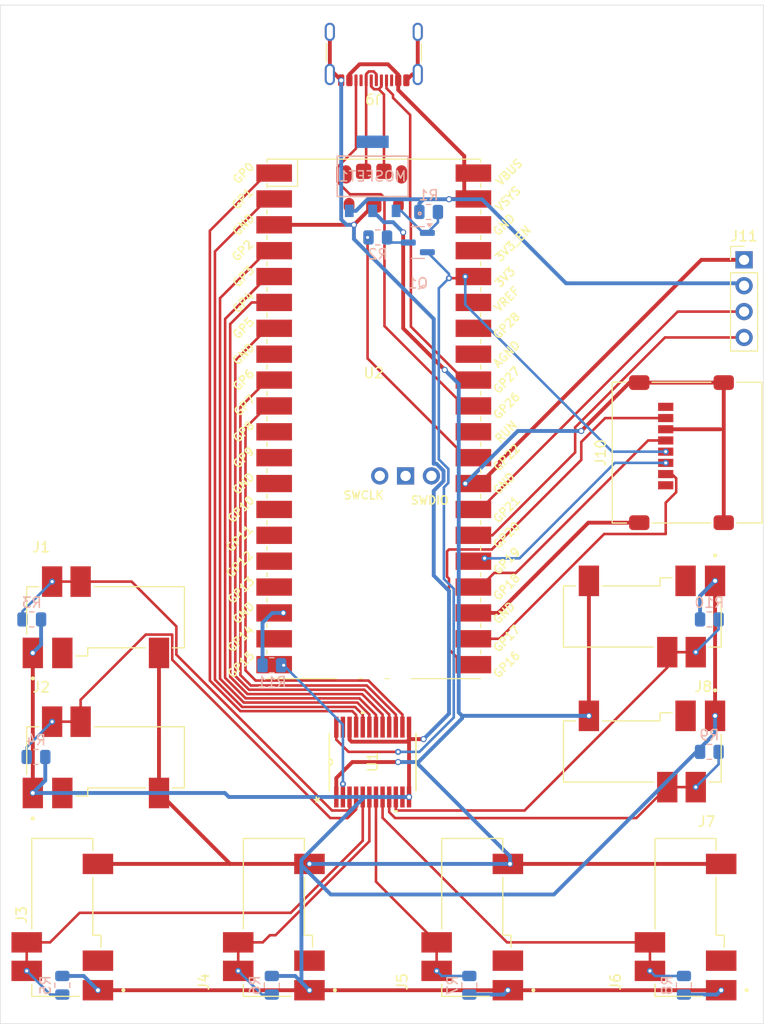
<source format=kicad_pcb>
(kicad_pcb (version 20240108) (generator "pcbnew") (generator_version "8.0")
  (layers (0 "F.Cu" signal) (31 "B.Cu" signal) (34 "B.Paste" user) (35 "F.Paste" user) (36 "B.SilkS" user "B.Silkscreen") (37 "F.SilkS" user "F.Silkscreen") (38 "B.Mask" user) (39 "F.Mask" user) (44 "Edge.Cuts" user))
  (net 0 "")
  (net 2 "Net-(J1-R1)")
  (net 3 "GND")
  (net 4 "Net-(J2-R1)")
  (net 6 "Net-(J3-R1)")
  (net 9 "Net-(J4-R1)")
  (net 11 "Net-(J5-R1)")
  (net 12 "Net-(J6-R1)")
  (net 15 "Net-(J7-R1)")
  (net 16 "Net-(J8-R1)")
  (net 19 "Net-(U1-B7)")
  (net 20 "Net-(U1-B5)")
  (net 21 "Net-(U1-B2)")
  (net 22 "Net-(U1-DIR)")
  (net 23 "Net-(U1-B1)")
  (net 24 "Net-(U1-B4)")
  (net 25 "Net-(U1-B6)")
  (net 26 "Net-(U1-B8)")
  (net 27 "Net-(U1-B3)")
  (net 29 "Net-(J9-CC1)")
  (net 30 "Net-(J9-CC2)")
  (net 31 "Net-(U2-USB_DM)")
  (net 32 "Net-(U2-USB_DP)")
  (net 38 "Net-(MOSFET1-G)")
  (net 41 "Net-(Q1-C)")
  (net 42 "Net-(U2-GPIO22)")
  (net 47 "+5V")
  (net 49 "Net-(J11-SCL)")
  (net 50 "+3V3")
  (net 52 "Net-(J10-CS)")
  (net 53 "Net-(J10-SCLK)")
  (net 54 "Net-(J10-DO)")
  (net 56 "Net-(U2-RUN)")
  (net 60 "Net-(J10-DI)")
  (net 61 "Net-(J11-SDA)")
  (net 64 "+5VSwitched")
  (footprint "SJ-43515RS-SMT-TR:CUI_SJ-43515RS-SMT-TR" (layer "F.Cu") (at 179.15 88.4625 180)
    (property "Reference" "J7")
    (property "Value" "SJ-43515RS-SMT-TR")
  )
  (footprint "SJ-43515RS-SMT-TR:CUI_SJ-43515RS-SMT-TR" (layer "F.Cu") (at 179.75 115.4 90)
    (property "Reference" "J6")
    (property "Value" "SJ-43515RS-SMT-TR")
  )
  (footprint "SJ-43515RS-SMT-TR:CUI_SJ-43515RS-SMT-TR" (layer "F.Cu") (at 112.1 96.0375)
    (property "Reference" "J2")
    (property "Value" "SJ-43515RS-SMT-TR")
  )
  (footprint "SJ-43515RS-SMT-TR:CUI_SJ-43515RS-SMT-TR" (layer "F.Cu") (at 139.2875 115.4 90)
    (property "Reference" "J4")
    (property "Value" "SJ-43515RS-SMT-TR")
  )
  (footprint "SJ-43515RS-SMT-TR:CUI_SJ-43515RS-SMT-TR" (layer "F.Cu") (at 179.15 75.2125 180)
    (property "Reference" "J8")
    (property "Value" "SJ-43515RS-SMT-TR")
  )
  (footprint "SJ-43515RS-SMT-TR:CUI_SJ-43515RS-SMT-TR" (layer "F.Cu") (at 118.5 115.4 90)
    (property "Reference" "J3")
    (property "Value" "SJ-43515RS-SMT-TR")
  )
  (footprint "RPi_Pico:RPi_PicoW_SMD_TH" (layer "F.Cu") (at 135.11 84.81)
    (property "Reference" "U2")
    (property "Value" "PicoW")
  )
  (footprint "SN74LVCC3245ADBR:DB24" (layer "F.Cu") (at 145.5 93 90)
    (property "Reference" "U1")
    (property "Value" "SN74LVCC3245ADBR")
  )
  (footprint "SJ-43515RS-SMT-TR:CUI_SJ-43515RS-SMT-TR" (layer "F.Cu") (at 112.1 82.2875)
    (property "Reference" "J1")
    (property "Value" "SJ-43515RS-SMT-TR")
  )
  (footprint "Connector_PinHeader_2.54mm:PinHeader_1x04_P2.54mm_Vertical" (layer "F.Cu") (at 182 43.7)
    (property "Reference" "J11")
    (property "Value" "OLED Header")
  )
  (footprint "SJ-43515RS-SMT-TR:CUI_SJ-43515RS-SMT-TR" (layer "F.Cu") (at 158.7875 115.4 90)
    (property "Reference" "J5")
    (property "Value" "SJ-43515RS-SMT-TR")
  )
  (footprint "Connector_Card:microSD_HC_Molex_47219-2001" (layer "F.Cu") (at 176.4 62.625 90)
    (property "Reference" "J10")
    (property "Value" "Micro_SD_Card")
  )
  (footprint "Connector_USB:USB_C_Receptacle_GCT_USB4105-xx-A_16P_TopMnt_Horizontal" (layer "F.Cu") (at 145.61 22.395 180)
    (property "Reference" "J9")
    (property "Value" "USB_C_Receptacle_USB2.0_14P")
  )
  (footprint "Resistor_SMD:R_0805_2012Metric" (layer "B.Cu") (at 146 41.5)
    (property "Reference" "R2")
    (property "Value" "1K")
  )
  (footprint "Package_TO_SOT_SMD:SOT-23" (layer "B.Cu") (at 149.9375 42 180)
    (property "Reference" "Q1")
    (property "Value" "MMBT3904")
  )
  (footprint "Resistor_SMD:R_0805_2012Metric" (layer "B.Cu") (at 112 79 180)
    (property "Reference" "R3")
    (property "Value" "10k")
  )
  (footprint "Resistor_SMD:R_0805_2012Metric" (layer "B.Cu") (at 135.5875 83.5)
    (property "Reference" "R11")
    (property "Value" "10k")
  )
  (footprint "Resistor_SMD:R_0805_2012Metric" (layer "B.Cu") (at 178.5875 79 180)
    (property "Reference" "R10")
    (property "Value" "10k")
  )
  (footprint "Resistor_SMD:R_0805_2012Metric" (layer "B.Cu") (at 115 114.9125 -90)
    (property "Reference" "R5")
    (property "Value" "10k")
  )
  (footprint "Resistor_SMD:R_0805_2012Metric" (layer "B.Cu") (at 135.5875 114.9125 -90)
    (property "Reference" "R6")
    (property "Value" "10k")
  )
  (footprint "Resistor_SMD:R_0805_2012Metric" (layer "B.Cu") (at 112.4125 92.5 180)
    (property "Reference" "R4")
    (property "Value" "10k")
  )
  (footprint "Resistor_SMD:R_0805_2012Metric" (layer "B.Cu") (at 176.0875 114.9125 -90)
    (property "Reference" "R8")
    (property "Value" "10k")
  )
  (footprint "Resistor_SMD:R_0805_2012Metric" (layer "B.Cu") (at 151 39 180)
    (property "Reference" "R1")
    (property "Value" "10K")
  )
  (footprint "Resistor_SMD:R_0805_2012Metric" (layer "B.Cu") (at 178.5875 92 180)
    (property "Reference" "R9")
    (property "Value" "10k")
  )
  (footprint "BSP315PH6327XTSA1:PG-SOT223-4_INF" (layer "B.Cu") (at 145.5 35.5 180)
    (property "Reference" "MOSFET1")
    (property "Value" "BSP315PH6327XTSA1")
  )
  (footprint "Resistor_SMD:R_0805_2012Metric" (layer "B.Cu") (at 155 114.9125 -90)
    (property "Reference" "R7")
    (property "Value" "10k")
  )
  (gr_rect (start 108.900518 18.689569) (end 183.900518 118.689569) (stroke (width 0.05)) (fill none) (layer "Edge.Cuts"))
  (segment (start 126.2064 79.680911) (end 126.2064 82.4564) (width 0.254) (layer "F.Cu") (net 2))
  (segment (start 143.224998 97.6577) (end 143.224998 96.429) (width 0.254) (layer "F.Cu") (net 2))
  (segment (start 141.5077 97.7577) (end 143.124998 97.7577) (width 0.254) (layer "F.Cu") (net 2))
  (segment (start 114 75.2875) (end 116.8 75.2875) (width 0.254) (layer "F.Cu") (net 2))
  (segment (start 126.2064 82.4564) (end 141.5077 97.7577) (width 0.254) (layer "F.Cu") (net 2))
  (segment (start 121.812989 75.2875) (end 126.2064 79.680911) (width 0.254) (layer "F.Cu") (net 2))
  (segment (start 143.124998 97.7577) (end 143.224998 97.6577) (width 0.254) (layer "F.Cu") (net 2))
  (segment (start 116.8 75.2875) (end 121.812989 75.2875) (width 0.254) (layer "F.Cu") (net 2))
  (via (at 114 75.2875) (size 0.6) (drill 0.3) (layers "F.Cu" "B.Cu") (net 2))
  (segment (start 114 75.2875) (end 111.0875 78.2) (width 0.254) (layer "B.Cu") (net 2))
  (segment (start 111.0875 78.2) (end 111.0875 79) (width 0.254) (layer "B.Cu") (net 2))
  (segment (start 166.7 69.5) (end 157.84 78.36) (width 0.381) (layer "F.Cu") (net 3))
  (segment (start 148.81 26.075) (end 148.81 25.81) (width 0.381) (layer "F.Cu") (net 3))
  (segment (start 141.550203 25.215203) (end 142.41 26.075) (width 0.381) (layer "F.Cu") (net 3))
  (segment (start 171.7 69.5) (end 166.7 69.5) (width 0.381) (layer "F.Cu") (net 3))
  (segment (start 143.225001 90.7997) (end 143.425301 91) (width 0.381) (layer "F.Cu") (net 3))
  (segment (start 118.5 115.4) (end 139.2875 115.4) (width 0.381) (layer "F.Cu") (net 3))
  (segment (start 149.93 21.32) (end 149.93 25.5) (width 0.381) (layer "F.Cu") (net 3))
  (segment (start 174.3 60.33) (end 179.67 60.33) (width 0.381) (layer "F.Cu") (net 3))
  (segment (start 149.074999 90.7997) (end 149.074999 89.571) (width 0.381) (layer "F.Cu") (net 3))
  (segment (start 171.7 55.75) (end 170.75 55.75) (width 0.381) (layer "F.Cu") (net 3))
  (segment (start 149.124699 90.75) (end 148.974999 90.8997) (width 0.381) (layer "F.Cu") (net 3))
  (segment (start 150.5 90.75) (end 149.124699 90.75) (width 0.381) (layer "F.Cu") (net 3))
  (segment (start 180 60) (end 180 69.5) (width 0.381) (layer "F.Cu") (net 3))
  (segment (start 156.06 65.66) (end 154.5 65.66) (width 0.381) (layer "F.Cu") (net 3))
  (segment (start 145.61 38.31) (end 143.66 40.26) (width 0.381) (layer "F.Cu") (net 3))
  (segment (start 143.225001 89.571) (end 143.225001 90.7997) (width 0.381) (layer "F.Cu") (net 3))
  (segment (start 148.974999 90.8997) (end 149.074999 90.7997) (width 0.381) (layer "F.Cu") (net 3))
  (segment (start 149.93 25.5) (end 149.385 25.5) (width 0.381) (layer "F.Cu") (net 3))
  (segment (start 143.66 40.26) (end 136.72 40.26) (width 0.381) (layer "F.Cu") (net 3))
  (segment (start 158.7875 115.4) (end 179.75 115.4) (width 0.381) (layer "F.Cu") (net 3))
  (segment (start 150 25.57) (end 149.93 25.5) (width 0.381) (layer "F.Cu") (net 3))
  (segment (start 158 63.72) (end 156.06 65.66) (width 0.381) (layer "F.Cu") (net 3))
  (segment (start 148.424998 96.429) (end 149.074999 96.429) (width 0.381) (layer "F.Cu") (net 3))
  (segment (start 149.074999 96.429) (end 149.074999 90.7997) (width 0.381) (layer "F.Cu") (net 3))
  (segment (start 171.7 55.75) (end 180 55.75) (width 0.381) (layer "F.Cu") (net 3))
  (segment (start 158 63.5) (end 158 63.72) (width 0.381) (layer "F.Cu") (net 3))
  (segment (start 182 43.7) (end 177.8 43.7) (width 0.381) (layer "F.Cu") (net 3))
  (segment (start 149.385 25.5) (end 148.81 26.075) (width 0.381) (layer "F.Cu") (net 3))
  (segment (start 139.2875 115.4) (end 158.7875 115.4) (width 0.381) (layer "F.Cu") (net 3))
  (segment (start 148.874699 91) (end 148.974999 90.8997) (width 0.381) (layer "F.Cu") (net 3))
  (segment (start 180 55.75) (end 180 60) (width 0.381) (layer "F.Cu") (net 3))
  (segment (start 177.8 43.7) (end 158 63.5) (width 0.381) (layer "F.Cu") (net 3))
  (segment (start 112.1 82.2875) (end 112.1 96.0375) (width 0.381) (layer "F.Cu") (net 3))
  (segment (start 179.15 75.2125) (end 179.15 88.4625) (width 0.381) (layer "F.Cu") (net 3))
  (segment (start 170.75 55.75) (end 166 60.5) (width 0.381) (layer "F.Cu") (net 3))
  (segment (start 157.84 78.36) (end 154.5 78.36) (width 0.381) (layer "F.Cu") (net 3))
  (segment (start 141.29 25.5) (end 141.29 21.32) (width 0.381) (layer "F.Cu") (net 3))
  (segment (start 143.425301 91) (end 148.874699 91) (width 0.381) (layer "F.Cu") (net 3))
  (segment (start 141.29 25.705) (end 141.29 25.5) (width 0.381) (layer "F.Cu") (net 3))
  (via (at 112.1 96.0375) (size 0.6) (drill 0.381) (layers "F.Cu" "B.Cu") (net 3))
  (via (at 139.2875 115.4) (size 0.6) (drill 0.381) (layers "F.Cu" "B.Cu") (net 3))
  (via (at 179.15 75.2125) (size 0.6) (drill 0.381) (layers "F.Cu" "B.Cu") (net 3))
  (via (at 118.5 115.4) (size 0.6) (drill 0.381) (layers "F.Cu" "B.Cu") (net 3))
  (via (at 143.66 40.26) (size 0.6) (drill 0.381) (layers "F.Cu" "B.Cu") (net 3))
  (via (at 166 60.5) (size 0.6) (drill 0.381) (layers "F.Cu" "B.Cu") (net 3))
  (via (at 136.72 78.36) (size 0.6) (drill 0.381) (layers "F.Cu" "B.Cu") (net 3))
  (via (at 179.15 88.4625) (size 0.6) (drill 0.381) (layers "F.Cu" "B.Cu") (net 3))
  (via (at 154.6 65.66) (size 0.6) (drill 0.381) (layers "F.Cu" "B.Cu") (net 3))
  (via (at 142.41 26.075) (size 0.6) (drill 0.381) (layers "F.Cu" "B.Cu") (net 3))
  (via (at 150.5 90.75) (size 0.6) (drill 0.381) (layers "F.Cu" "B.Cu") (net 3))
  (via (at 158.7875 115.4) (size 0.6) (drill 0.381) (layers "F.Cu" "B.Cu") (net 3))
  (via (at 179.75 115.4) (size 0.6) (drill 0.381) (layers "F.Cu" "B.Cu") (net 3))
  (via (at 112.1 82.2875) (size 0.6) (drill 0.381) (layers "F.Cu" "B.Cu") (net 3))
  (via (at 149.074999 96.429) (size 0.6) (drill 0.381) (layers "F.Cu" "B.Cu") (net 3))
  (segment (start 115 114) (end 117.1 114) (width 0.381) (layer "B.Cu") (net 3))
  (segment (start 142.41 39.7423) (end 142.9277 40.26) (width 0.381) (layer "B.Cu") (net 3))
  (segment (start 152.81 76) (end 153 76.19) (width 0.381) (layer "B.Cu") (net 3))
  (segment (start 141.378302 106) (end 138.5 103.121698) (width 0.381) (layer "B.Cu") (net 3))
  (segment (start 130.975 96.0375) (end 131.3665 96.429) (width 0.381) (layer "B.Cu") (net 3))
  (segment (start 177.675 79) (end 177.675 76.6875) (width 0.381) (layer "B.Cu") (net 3))
  (segment (start 151.5 49.5) (end 151.5 63.7171) (width 0.381) (layer "B.Cu") (net 3))
  (segment (start 153 88.25) (end 150.5 90.75) (width 0.381) (layer "B.Cu") (net 3))
  (segment (start 166 60.5) (end 159.76 60.5) (width 0.381) (layer "B.Cu") (net 3))
  (segment (start 151.768216 63.7171) (end 152.467 64.415884) (width 0.381) (layer "B.Cu") (net 3))
  (segment (start 138.5 103.121698) (end 138.5 102.609743) (width 0.381) (layer "B.Cu") (net 3))
  (segment (start 138.6875 102.422243) (end 138.5 102.609743) (width 0.381) (layer "B.Cu") (net 3))
  (segment (start 151.5 74.69) (end 152.81 76) (width 0.381) (layer "B.Cu") (net 3))
  (segment (start 117.1 114) (end 118.5 115.4) (width 0.381) (layer "B.Cu") (net 3))
  (segment (start 151.5 63.7171) (end 151.768216 63.7171) (width 0.381) (layer "B.Cu") (net 3))
  (segment (start 176.0875 115.825) (end 179.325 115.825) (width 0.381) (layer "B.Cu") (net 3))
  (segment (start 142.41 26.075) (end 142.41 39.7423) (width 0.381) (layer "B.Cu") (net 3))
  (segment (start 151.5 66.371116) (end 151.5 74.69) (width 0.381) (layer "B.Cu") (net 3))
  (segment (start 112.9125 79) (end 112.9125 81.475) (width 0.381) (layer "B.Cu") (net 3))
  (segment (start 152.467 65.404116) (end 151.5 66.371116) (width 0.381) (layer "B.Cu") (net 3))
  (segment (start 135.64 78.36) (end 136.72 78.36) (width 0.381) (layer "B.Cu") (net 3))
  (segment (start 135.5875 114) (end 137.8875 114) (width 0.381) (layer "B.Cu") (net 3))
  (segment (start 138.5 102.609743) (end 138.5 114.5) (width 0.381) (layer "B.Cu") (net 3))
  (segment (start 137.8875 114) (end 139.2875 115.4) (width 0.381) (layer "B.Cu") (net 3))
  (segment (start 159.76 60.5) (end 154.6 65.66) (width 0.381) (layer "B.Cu") (net 3))
  (segment (start 179.325 115.825) (end 179.75 115.4) (width 0.381) (layer "B.Cu") (net 3))
  (segment (start 112.1 96.0375) (end 130.975 96.0375) (width 0.381) (layer "B.Cu") (net 3))
  (segment (start 153 76.19) (end 153 88.25) (width 0.381) (layer "B.Cu") (net 3))
  (segment (start 142.9277 40.26) (end 143.66 40.26) (width 0.381) (layer "B.Cu") (net 3))
  (segment (start 134.675 79.325) (end 135.64 78.36) (width 0.381) (layer "B.Cu") (net 3))
  (segment (start 143.66 41.66) (end 151.5 49.5) (width 0.381) (layer "B.Cu") (net 3))
  (segment (start 177.675 76.6875) (end 179.15 75.2125) (width 0.381) (layer "B.Cu") (net 3))
  (segment (start 158.3625 115.825) (end 158.7875 115.4) (width 0.381) (layer "B.Cu") (net 3))
  (segment (start 112.9125 81.475) (end 112.1 82.2875) (width 0.381) (layer "B.Cu") (net 3))
  (segment (start 131.3665 96.429) (end 149.074999 96.429) (width 0.381) (layer "B.Cu") (net 3))
  (segment (start 143.66 40.26) (end 143.66 41.66) (width 0.381) (layer "B.Cu") (net 3))
  (segment (start 138.5 114.6125) (end 139.2875 115.4) (width 0.381) (layer "B.Cu") (net 3))
  (segment (start 152.467 64.415884) (end 152.467 65.404116) (width 0.381) (layer "B.Cu") (net 3))
  (segment (start 155 115.825) (end 158.3625 115.825) (width 0.381) (layer "B.Cu") (net 3))
  (segment (start 113.325 94.8125) (end 112.1 96.0375) (width 0.381) (layer "B.Cu") (net 3))
  (segment (start 179.15 90.1625) (end 163.3125 106) (width 0.381) (layer "B.Cu") (net 3))
  (segment (start 113.325 92.5) (end 113.325 94.8125) (width 0.381) (layer "B.Cu") (net 3))
  (segment (start 179.15 88.4625) (end 179.15 90.1625) (width 0.381) (layer "B.Cu") (net 3))
  (segment (start 149.074999 96.429) (end 144.680743 96.429) (width 0.381) (layer "B.Cu") (net 3))
  (segment (start 163.3125 106) (end 141.378302 106) (width 0.381) (layer "B.Cu") (net 3))
  (segment (start 144.680743 96.429) (end 138.6875 102.422243) (width 0.381) (layer "B.Cu") (net 3))
  (segment (start 134.675 83.5) (end 134.675 79.325) (width 0.381) (layer "B.Cu") (net 3))
  (segment (start 116.8 86.8875) (end 123.2 80.4875) (width 0.254) (layer "F.Cu") (net 4))
  (segment (start 125.8 80.4875) (end 125.8 82.957843) (width 0.254) (layer "F.Cu") (net 4))
  (segment (start 143.032699 98.5) (end 143.874999 97.6577) (width 0.254) (layer "F.Cu") (net 4))
  (segment (start 143.874999 97.6577) (end 143.874999 96.429) (width 0.254) (layer "F.Cu") (net 4))
  (segment (start 123.2 80.4875) (end 125.8 80.4875) (width 0.254) (layer "F.Cu") (net 4))
  (segment (start 114 89.0375) (end 116.8 89.0375) (width 0.254) (layer "F.Cu") (net 4))
  (segment (start 125.8 82.957843) (end 141.342157 98.5) (width 0.254) (layer "F.Cu") (net 4))
  (segment (start 116.8 89.0375) (end 116.8 86.8875) (width 0.254) (layer "F.Cu") (net 4))
  (segment (start 141.342157 98.5) (end 143.032699 98.5) (width 0.254) (layer "F.Cu") (net 4))
  (via (at 114 89.0375) (size 0.6) (drill 0.3) (layers "F.Cu" "B.Cu") (net 4))
  (segment (start 111.5 91.5375) (end 114 89.0375) (width 0.254) (layer "B.Cu") (net 4))
  (segment (start 111.5 92.5) (end 111.5 91.5375) (width 0.254) (layer "B.Cu") (net 4))
  (segment (start 144.524998 100.725002) (end 144.524998 96.429) (width 0.254) (layer "F.Cu") (net 6))
  (segment (start 111.5 113.5) (end 111.5 110.7) (width 0.254) (layer "F.Cu") (net 6))
  (segment (start 111.5 110.7) (end 113.8 110.7) (width 0.254) (layer "F.Cu") (net 6))
  (segment (start 116.7 107.8) (end 137.45 107.8) (width 0.254) (layer "F.Cu") (net 6))
  (segment (start 137.45 107.8) (end 144.524998 100.725002) (width 0.254) (layer "F.Cu") (net 6))
  (segment (start 113.8 110.7) (end 116.7 107.8) (width 0.254) (layer "F.Cu") (net 6))
  (via (at 111.5 113.5) (size 0.6) (drill 0.3) (layers "F.Cu" "B.Cu") (net 6))
  (segment (start 115 115.825) (end 113.825 115.825) (width 0.254) (layer "B.Cu") (net 6))
  (segment (start 113.825 115.825) (end 111.5 113.5) (width 0.254) (layer "B.Cu") (net 6))
  (segment (start 132.2875 113.5) (end 132.2875 110.7) (width 0.254) (layer "F.Cu") (net 9))
  (segment (start 145.174999 100.778187) (end 145.174999 96.429) (width 0.254) (layer "F.Cu") (net 9))
  (segment (start 134.7 110.7) (end 135.4 110) (width 0.254) (layer "F.Cu") (net 9))
  (segment (start 135.953186 110) (end 145.174999 100.778187) (width 0.254) (layer "F.Cu") (net 9))
  (segment (start 135.4 110) (end 135.953186 110) (width 0.254) (layer "F.Cu") (net 9))
  (segment (start 134.7 110.7) (end 132.2875 110.7) (width 0.254) (layer "F.Cu") (net 9))
  (via (at 132.2875 113.5) (size 0.6) (drill 0.3) (layers "F.Cu" "B.Cu") (net 9))
  (segment (start 135.5875 115.825) (end 134.6125 115.825) (width 0.254) (layer "B.Cu") (net 9))
  (segment (start 134.6125 115.825) (end 132.2875 113.5) (width 0.254) (layer "B.Cu") (net 9))
  (segment (start 145.824998 104.737498) (end 145.824998 96.429) (width 0.254) (layer "F.Cu") (net 11))
  (segment (start 151.7875 113.5) (end 151.7875 110.7) (width 0.254) (layer "F.Cu") (net 11))
  (segment (start 151.7875 110.7) (end 145.824998 104.737498) (width 0.254) (layer "F.Cu") (net 11))
  (via (at 151.7875 113.5) (size 0.6) (drill 0.3) (layers "F.Cu" "B.Cu") (net 11))
  (segment (start 152.2875 114) (end 151.7875 113.5) (width 0.254) (layer "B.Cu") (net 11))
  (segment (start 155 114) (end 152.2875 114) (width 0.254) (layer "B.Cu") (net 11))
  (segment (start 172.75 110.7) (end 158.7 110.7) (width 0.254) (layer "F.Cu") (net 12))
  (segment (start 172.75 110.7) (end 172.75 113.5) (width 0.254) (layer "F.Cu") (net 12))
  (segment (start 158.7 110.7) (end 146.474999 98.474999) (width 0.254) (layer "F.Cu") (net 12))
  (segment (start 146.474999 98.474999) (end 146.474999 96.429) (width 0.254) (layer "F.Cu") (net 12))
  (via (at 172.75 113.5) (size 0.6) (drill 0.3) (layers "F.Cu" "B.Cu") (net 12))
  (segment (start 173.25 114) (end 172.75 113.5) (width 0.254) (layer "B.Cu") (net 12))
  (segment (start 176.0875 114) (end 173.25 114) (width 0.254) (layer "B.Cu") (net 12))
  (segment (start 171.4125 98.5) (end 147.709313 98.5) (width 0.254) (layer "F.Cu") (net 15))
  (segment (start 147.709313 98.5) (end 147.124998 97.915685) (width 0.254) (layer "F.Cu") (net 15))
  (segment (start 177.25 95.4625) (end 174.45 95.4625) (width 0.254) (layer "F.Cu") (net 15))
  (segment (start 174.45 95.4625) (end 171.4125 98.5) (width 0.254) (layer "F.Cu") (net 15))
  (segment (start 147.124998 97.915685) (end 147.124998 96.429) (width 0.254) (layer "F.Cu") (net 15))
  (via (at 177.25 95.4625) (size 0.6) (drill 0.3) (layers "F.Cu" "B.Cu") (net 15))
  (segment (start 179.5 93.2125) (end 179.5 92) (width 0.254) (layer "B.Cu") (net 15))
  (segment (start 177.25 95.4625) (end 179.5 93.2125) (width 0.254) (layer "B.Cu") (net 15))
  (segment (start 174.45 83.73125) (end 160.42355 97.7577) (width 0.254) (layer "F.Cu") (net 16))
  (segment (start 174.45 82.2125) (end 174.45 83.73125) (width 0.254) (layer "F.Cu") (net 16))
  (segment (start 147.774999 97.6577) (end 147.774999 96.429) (width 0.254) (layer "F.Cu") (net 16))
  (segment (start 177.25 82.2125) (end 174.45 82.2125) (width 0.254) (layer "F.Cu") (net 16))
  (segment (start 160.42355 97.7577) (end 147.874999 97.7577) (width 0.254) (layer "F.Cu") (net 16))
  (segment (start 147.874999 97.7577) (end 147.774999 97.6577) (width 0.254) (layer "F.Cu") (net 16))
  (via (at 177.25 82.2125) (size 0.6) (drill 0.3) (layers "F.Cu" "B.Cu") (net 16))
  (segment (start 179.5 79.9625) (end 177.25 82.2125) (width 0.254) (layer "B.Cu") (net 16))
  (segment (start 179.5 79) (end 179.5 79.9625) (width 0.254) (layer "B.Cu") (net 16))
  (segment (start 135.16 55.5) (end 136.72 55.5) (width 0.254) (layer "F.Cu") (net 19))
  (segment (start 147.774999 89.571) (end 147.774999 88.3423) (width 0.254) (layer "F.Cu") (net 19))
  (segment (start 132.5 84.456546) (end 132.5 58.16) (width 0.254) (layer "F.Cu") (net 19))
  (segment (start 147.774999 88.3423) (end 144.918316 85.485617) (width 0.254) (layer "F.Cu") (net 19))
  (segment (start 132.5 58.16) (end 135.16 55.5) (width 0.254) (layer "F.Cu") (net 19))
  (segment (start 144.918316 85.485617) (end 133.529071 85.485617) (width 0.254) (layer "F.Cu") (net 19))
  (segment (start 133.529071 85.485617) (end 132.5 84.456546) (width 0.254) (layer "F.Cu") (net 19))
  (segment (start 146.474999 88.3423) (end 144.462234 86.329535) (width 0.254) (layer "F.Cu") (net 20))
  (segment (start 131.5 50) (end 133.62 47.88) (width 0.254) (layer "F.Cu") (net 20))
  (segment (start 144.462234 86.329535) (end 133.197039 86.329535) (width 0.254) (layer "F.Cu") (net 20))
  (segment (start 131.5 84.632496) (end 131.5 50) (width 0.254) (layer "F.Cu") (net 20))
  (segment (start 133.197039 86.329535) (end 131.5 84.632496) (width 0.254) (layer "F.Cu") (net 20))
  (segment (start 146.474999 89.571) (end 146.474999 88.3423) (width 0.254) (layer "F.Cu") (net 20))
  (segment (start 133.62 47.88) (end 136.72 47.88) (width 0.254) (layer "F.Cu") (net 20))
  (segment (start 135.16 37.72) (end 136.72 37.72) (width 0.254) (layer "F.Cu") (net 21))
  (segment (start 130 84.917174) (end 130 42.88) (width 0.254) (layer "F.Cu") (net 21))
  (segment (start 130 42.88) (end 135.16 37.72) (width 0.254) (layer "F.Cu") (net 21))
  (segment (start 143.776301 87.5936) (end 132.676426 87.5936) (width 0.254) (layer "F.Cu") (net 21))
  (segment (start 144.525001 89.571) (end 144.525001 88.3423) (width 0.254) (layer "F.Cu") (net 21))
  (segment (start 132.676426 87.5936) (end 130 84.917174) (width 0.254) (layer "F.Cu") (net 21))
  (segment (start 144.525001 88.3423) (end 143.776301 87.5936) (width 0.254) (layer "F.Cu") (net 21))
  (segment (start 142.576598 95.149411) (end 142.576598 96.427402) (width 0.254) (layer "F.Cu") (net 22))
  (segment (start 136.72 83.44) (end 136.72 83.47) (width 0.254) (layer "F.Cu") (net 22))
  (segment (start 136.72 83.47) (end 136.75 83.5) (width 0.254) (layer "F.Cu") (net 22))
  (segment (start 142.576598 96.427402) (end 142.575 96.429) (width 0.254) (layer "F.Cu") (net 22))
  (via (at 136.75 83.5) (size 0.6) (drill 0.3) (layers "F.Cu" "B.Cu") (net 22))
  (via (at 142.576598 95.149411) (size 0.6) (drill 0.3) (layers "F.Cu" "B.Cu") (net 22))
  (segment (start 136.5 83.5) (end 136.75 83.5) (width 0.254) (layer "B.Cu") (net 22))
  (segment (start 136.75 83.5) (end 142.576598 89.326598) (width 0.254) (layer "B.Cu") (net 22))
  (segment (start 142.576598 89.326598) (end 142.576598 95.149411) (width 0.254) (layer "B.Cu") (net 22))
  (segment (start 143.498601 88) (end 132.5 88) (width 0.254) (layer "F.Cu") (net 23))
  (segment (start 129.5 40.84) (end 135.16 35.18) (width 0.254) (layer "F.Cu") (net 23))
  (segment (start 129.5 85) (end 129.5 40.84) (width 0.254) (layer "F.Cu") (net 23))
  (segment (start 132.5 88) (end 129.5 85) (width 0.254) (layer "F.Cu") (net 23))
  (segment (start 143.875002 89.571) (end 143.875002 88.376401) (width 0.254) (layer "F.Cu") (net 23))
  (segment (start 143.875002 88.376401) (end 143.498601 88) (width 0.254) (layer "F.Cu") (net 23))
  (segment (start 135.16 35.18) (end 136.72 35.18) (width 0.254) (layer "F.Cu") (net 23))
  (segment (start 145.825001 88.376399) (end 144.193178 86.744576) (width 0.254) (layer "F.Cu") (net 24))
  (segment (start 131 84.727389) (end 131 49.5) (width 0.254) (layer "F.Cu") (net 24))
  (segment (start 145.825001 89.571) (end 145.825001 88.376399) (width 0.254) (layer "F.Cu") (net 24))
  (segment (start 133.017187 86.744576) (end 131 84.727389) (width 0.254) (layer "F.Cu") (net 24))
  (segment (start 131 49.5) (end 135.16 45.34) (width 0.254) (layer "F.Cu") (net 24))
  (segment (start 135.16 45.34) (end 136.72 45.34) (width 0.254) (layer "F.Cu") (net 24))
  (segment (start 144.193178 86.744576) (end 133.017187 86.744576) (width 0.254) (layer "F.Cu") (net 24))
  (segment (start 132 84.551439) (end 132 53.58) (width 0.254) (layer "F.Cu") (net 25))
  (segment (start 135.16 50.42) (end 136.72 50.42) (width 0.254) (layer "F.Cu") (net 25))
  (segment (start 147.125001 89.571) (end 147.125001 88.3423) (width 0.254) (layer "F.Cu") (net 25))
  (segment (start 132 53.58) (end 135.16 50.42) (width 0.254) (layer "F.Cu") (net 25))
  (segment (start 133.34922 85.900659) (end 132 84.551439) (width 0.254) (layer "F.Cu") (net 25))
  (segment (start 144.68336 85.900659) (end 133.34922 85.900659) (width 0.254) (layer "F.Cu") (net 25))
  (segment (start 147.125001 88.3423) (end 144.68336 85.900659) (width 0.254) (layer "F.Cu") (net 25))
  (segment (start 133 60.2) (end 135.16 58.04) (width 0.254) (layer "F.Cu") (net 26))
  (segment (start 148.425 88.3423) (end 145.0827 85) (width 0.254) (layer "F.Cu") (net 26))
  (segment (start 133 84) (end 133 60.2) (width 0.254) (layer "F.Cu") (net 26))
  (segment (start 145.0827 85) (end 134 85) (width 0.254) (layer "F.Cu") (net 26))
  (segment (start 134 85) (end 133 84) (width 0.254) (layer "F.Cu") (net 26))
  (segment (start 148.425 89.571) (end 148.425 88.3423) (width 0.254) (layer "F.Cu") (net 26))
  (segment (start 135.16 58.04) (end 136.72 58.04) (width 0.254) (layer "F.Cu") (net 26))
  (segment (start 145.175002 89.571) (end 145.175002 88.3423) (width 0.254) (layer "F.Cu") (net 27))
  (segment (start 145.175002 88.3423) (end 143.99232 87.159618) (width 0.254) (layer "F.Cu") (net 27))
  (segment (start 132.837337 87.159618) (end 130.5 84.822281) (width 0.254) (layer "F.Cu") (net 27))
  (segment (start 135.16 42.8) (end 136.72 42.8) (width 0.254) (layer "F.Cu") (net 27))
  (segment (start 130.5 84.822281) (end 130.5 47.46) (width 0.254) (layer "F.Cu") (net 27))
  (segment (start 130.5 47.46) (end 135.16 42.8) (width 0.254) (layer "F.Cu") (net 27))
  (segment (start 143.99232 87.159618) (end 132.837337 87.159618) (width 0.254) (layer "F.Cu") (net 27))
  (segment (start 147.5 27.791904) (end 149.185 29.476904) (width 0.254) (layer "F.Cu") (net 29))
  (segment (start 149.185 29.476904) (end 149.185 39.732373) (width 0.254) (layer "F.Cu") (net 29))
  (segment (start 146.86 26.075) (end 146.86 26.86) (width 0.254) (layer "F.Cu") (net 29))
  (segment (start 146.86 26.86) (end 147.5 27.5) (width 0.254) (layer "F.Cu") (net 29))
  (segment (start 147.5 27.5) (end 147.5 27.791904) (width 0.254) (layer "F.Cu") (net 29))
  (segment (start 149.252509 39.799882) (end 149.252509 50.252509) (width 0.254) (layer "F.Cu") (net 29))
  (segment (start 149.185 39.732373) (end 149.252509 39.799882) (width 0.254) (layer "F.Cu") (net 29))
  (segment (start 149.252509 50.252509) (end 154.5 55.5) (width 0.254) (layer "F.Cu") (net 29))
  (segment (start 143.86 26.075) (end 143.86 32.775604) (width 0.254) (layer "F.Cu") (net 30))
  (segment (start 142.035 36.035) (end 143.26 37.26) (width 0.254) (layer "F.Cu") (net 30))
  (segment (start 146.66 50.2) (end 154.5 58.04) (width 0.254) (layer "F.Cu") (net 30))
  (segment (start 146.30853 37.26) (end 146.66 37.61147) (width 0.254) (layer "F.Cu") (net 30))
  (segment (start 146.66 37.61147) (end 146.66 50.2) (width 0.254) (layer "F.Cu") (net 30))
  (segment (start 143.26 37.26) (end 146.30853 37.26) (width 0.254) (layer "F.Cu") (net 30))
  (segment (start 142.035 34.600604) (end 142.035 36.035) (width 0.254) (layer "F.Cu") (net 30))
  (segment (start 143.86 32.775604) (end 142.035 34.600604) (width 0.254) (layer "F.Cu") (net 30))
  (segment (start 146.09241 26.95) (end 145.62759 26.95) (width 0.254) (layer "F.Cu") (net 31))
  (segment (start 146.61 27.46759) (end 146.61 35.01) (width 0.254) (layer "F.Cu") (net 31))
  (segment (start 146.09241 26.95) (end 146.5 27.35759) (width 0.254) (layer "F.Cu") (net 31))
  (segment (start 146.36 26.075) (end 146.36 26.68241) (width 0.254) (layer "F.Cu") (net 31))
  (segment (start 146.36 26.68241) (end 146.09241 26.95) (width 0.254) (layer "F.Cu") (net 31))
  (segment (start 145.62759 26.95) (end 145.36 26.68241) (width 0.254) (layer "F.Cu") (net 31))
  (segment (start 146.5 27.35759) (end 146.61 27.46759) (width 0.254) (layer "F.Cu") (net 31))
  (segment (start 145.36 26.68241) (end 145.36 26.075) (width 0.254) (layer "F.Cu") (net 31))
  (segment (start 144.86 34.76) (end 144.61 35.01) (width 0.254) (layer "F.Cu") (net 32))
  (segment (start 145.12759 25.2) (end 144.91 25.41759) (width 0.254) (layer "F.Cu") (net 32))
  (segment (start 144.86 25.46759) (end 144.86 26.075) (width 0.254) (layer "F.Cu") (net 32))
  (segment (start 145.86 26.075) (end 145.86 25.46759) (width 0.254) (layer "F.Cu") (net 32))
  (segment (start 144.91 34.71) (end 144.61 35.01) (width 0.254) (layer "F.Cu") (net 32))
  (segment (start 145.86 25.46759) (end 145.59241 25.2) (width 0.254) (layer "F.Cu") (net 32))
  (segment (start 145.59241 25.2) (end 145.12759 25.2) (width 0.254) (layer "F.Cu") (net 32))
  (segment (start 144.86 26.075) (end 144.86 34.76) (width 0.254) (layer "F.Cu") (net 32))
  (segment (start 145.12759 25.2) (end 144.86 25.46759) (width 0.254) (layer "F.Cu") (net 32))
  (segment (start 151.9125 40.0125) (end 150.875 41.05) (width 0.254) (layer "B.Cu") (net 38))
  (segment (start 150.4625 41.05) (end 150.875 41.05) (width 0.254) (layer "B.Cu") (net 38))
  (segment (start 148.3034 38.8909) (end 150.4625 41.05) (width 0.254) (layer "B.Cu") (net 38))
  (segment (start 151.9125 39) (end 151.9125 40.0125) (width 0.254) (layer "B.Cu") (net 38))
  (segment (start 147.8 38.8909) (end 148.3034 38.8909) (width 0.254) (layer "B.Cu") (net 38))
  (segment (start 149 42) (end 147.4125 42) (width 0.254) (layer "B.Cu") (net 41))
  (segment (start 147.4125 42) (end 146.9125 41.5) (width 0.254) (layer "B.Cu") (net 41))
  (segment (start 145 53.38) (end 154.5 62.88) (width 0.254) (layer "F.Cu") (net 42))
  (segment (start 154.5 62.88) (end 154.5 63.12) (width 0.254) (layer "F.Cu") (net 42))
  (segment (start 145 41.5) (end 145 53.38) (width 0.254) (layer "F.Cu") (net 42))
  (via (at 145 41.5) (size 0.6) (drill 0.3) (layers "F.Cu" "B.Cu") (net 42))
  (segment (start 145.0875 41.5) (end 145 41.5) (width 0.254) (layer "B.Cu") (net 42))
  (segment (start 143.21 25.500001) (end 144.210001 24.5) (width 0.381) (layer "F.Cu") (net 47))
  (segment (start 148.01 26.075) (end 148.01 27.021205) (width 0.381) (layer "F.Cu") (net 47))
  (segment (start 153.03 37.72) (end 153 37.75) (width 0.381) (layer "F.Cu") (net 47))
  (segment (start 144.210001 24.5) (end 147 24.5) (width 0.381) (layer "F.Cu") (net 47))
  (segment (start 154.5 37.72) (end 153.03 37.72) (width 0.381) (layer "F.Cu") (net 47))
  (segment (start 154.5 33.511205) (end 154.5 35.18) (width 0.381) (layer "F.Cu") (net 47))
  (segment (start 154.5 37.72) (end 154.5 35.18) (width 0.381) (layer "F.Cu") (net 47))
  (segment (start 148.01 27.021205) (end 154.5 33.511205) (width 0.381) (layer "F.Cu") (net 47))
  (segment (start 147 24.5) (end 148.01 25.51) (width 0.381) (layer "F.Cu") (net 47))
  (segment (start 143.21 26.075) (end 143.21 25.500001) (width 0.381) (layer "F.Cu") (net 47))
  (segment (start 148.01 25.51) (end 148.01 26.075) (width 0.381) (layer "F.Cu") (net 47))
  (via (at 153 37.75) (size 0.6) (drill 0.381) (layers "F.Cu" "B.Cu") (net 47))
  (segment (start 164.5 46) (end 181.76 46) (width 0.381) (layer "B.Cu") (net 47))
  (segment (start 153 37.75) (end 150.5 37.75) (width 0.381) (layer "B.Cu") (net 47))
  (segment (start 143.8586 38.8909) (end 143.2 38.8909) (width 0.381) (layer "B.Cu") (net 47))
  (segment (start 144.9995 37.75) (end 143.8586 38.8909) (width 0.381) (layer "B.Cu") (net 47))
  (segment (start 150.0875 38.1625) (end 150.5 37.75) (width 0.381) (layer "B.Cu") (net 47))
  (segment (start 150.0875 39) (end 150.0875 38.1625) (width 0.381) (layer "B.Cu") (net 47))
  (segment (start 153 37.75) (end 156.25 37.75) (width 0.381) (layer "B.Cu") (net 47))
  (segment (start 181.76 46) (end 182 46.24) (width 0.381) (layer "B.Cu") (net 47))
  (segment (start 150.5 37.75) (end 144.9995 37.75) (width 0.381) (layer "B.Cu") (net 47))
  (segment (start 156.25 37.75) (end 164.5 46) (width 0.381) (layer "B.Cu") (net 47))
  (segment (start 175.48 48.78) (end 156.06 68.2) (width 0.254) (layer "F.Cu") (net 49))
  (segment (start 182 48.78) (end 175.48 48.78) (width 0.254) (layer "F.Cu") (net 49))
  (segment (start 156.06 68.2) (end 154.5 68.2) (width 0.254) (layer "F.Cu") (net 49))
  (segment (start 148 92) (end 143.125301 92) (width 0.254) (layer "F.Cu") (net 50))
  (segment (start 153 45.5) (end 154.34 45.5) (width 0.254) (layer "F.Cu") (net 50))
  (segment (start 154.34 45.5) (end 154.5 45.34) (width 0.254) (layer "F.Cu") (net 50))
  (segment (start 141.925001 90.7997) (end 141.925001 89.571) (width 0.254) (layer "F.Cu") (net 50))
  (segment (start 143.125301 92) (end 141.925001 90.7997) (width 0.254) (layer "F.Cu") (net 50))
  (via (at 154.6 45.34) (size 0.6) (drill 0.3) (layers "F.Cu" "B.Cu") (net 50))
  (via (at 174.3 62.53) (size 0.6) (drill 0.3) (layers "F.Cu" "B.Cu") (net 50))
  (via (at 153 45.5) (size 0.6) (drill 0.3) (layers "F.Cu" "B.Cu") (net 50))
  (via (at 148 92) (size 0.6) (drill 0.3) (layers "F.Cu" "B.Cu") (net 50))
  (segment (start 153.4699 75.995362) (end 152.5 75.025462) (width 0.254) (layer "B.Cu") (net 50))
  (segment (start 152.5 66.035654) (end 152.9369 65.598754) (width 0.254) (layer "B.Cu") (net 50))
  (segment (start 174.3 62.53) (end 169.03 62.53) (width 0.254) (layer "B.Cu") (net 50))
  (segment (start 148 92) (end 150.098529 92) (width 0.254) (layer "B.Cu") (net 50))
  (segment (start 152.5 75.025462) (end 152.5 66.035654) (width 0.254) (layer "B.Cu") (net 50))
  (segment (start 152.9369 64.221246) (end 152 63.284346) (width 0.254) (layer "B.Cu") (net 50))
  (segment (start 153.4699 88.628629) (end 153.4699 75.995362) (width 0.254) (layer "B.Cu") (net 50))
  (segment (start 152.9369 65.598754) (end 152.9369 64.221246) (width 0.254) (layer "B.Cu") (net 50))
  (segment (start 150.875 42.95) (end 153 45.075) (width 0.254) (layer "B.Cu") (net 50))
  (segment (start 152 63.284346) (end 152 46.5) (width 0.254) (layer "B.Cu") (net 50))
  (segment (start 152 46.5) (end 153 45.5) (width 0.254) (layer "B.Cu") (net 50))
  (segment (start 153 45.075) (end 153 45.5) (width 0.254) (layer "B.Cu") (net 50))
  (segment (start 150.098529 92) (end 153.4699 88.628629) (width 0.254) (layer "B.Cu") (net 50))
  (segment (start 154.6 48.1) (end 154.6 45.34) (width 0.254) (layer "B.Cu") (net 50))
  (segment (start 169.03 62.53) (end 154.6 48.1) (width 0.254) (layer "B.Cu") (net 50))
  (segment (start 157.9625 80.9) (end 168.25 70.6125) (width 0.254) (layer "F.Cu") (net 52))
  (segment (start 174.3 70.6125) (end 174.3 67.5388) (width 0.254) (layer "F.Cu") (net 52))
  (segment (start 175.3294 66.5094) (end 175.3294 65.1506) (width 0.254) (layer "F.Cu") (net 52))
  (segment (start 168.25 70.6125) (end 174.3 70.6125) (width 0.254) (layer "F.Cu") (net 52))
  (segment (start 174.3 67.5388) (end 175.3294 66.5094) (width 0.254) (layer "F.Cu") (net 52))
  (segment (start 174.9088 64.73) (end 174.3 64.73) (width 0.254) (layer "F.Cu") (net 52))
  (segment (start 154.5 80.9) (end 157.9625 80.9) (width 0.254) (layer "F.Cu") (net 52))
  (segment (start 175.3294 65.1506) (end 174.9088 64.73) (width 0.254) (layer "F.Cu") (net 52))
  (segment (start 157.45 74.43) (end 156.06 75.82) (width 0.254) (layer "F.Cu") (net 53))
  (segment (start 172.57 61.43) (end 159.57 74.43) (width 0.254) (layer "F.Cu") (net 53))
  (segment (start 159.57 74.43) (end 157.45 74.43) (width 0.254) (layer "F.Cu") (net 53))
  (segment (start 174.3 61.43) (end 172.57 61.43) (width 0.254) (layer "F.Cu") (net 53))
  (segment (start 156.06 75.82) (end 154.5 75.82) (width 0.254) (layer "F.Cu") (net 53))
  (segment (start 157.21 72.13) (end 153 72.13) (width 0.254) (layer "F.Cu") (net 54))
  (segment (start 152.81 74.81) (end 153 75) (width 0.254) (layer "F.Cu") (net 54))
  (segment (start 166 63.34) (end 157.21 72.13) (width 0.254) (layer "F.Cu") (net 54))
  (segment (start 153 81.94) (end 154.5 83.44) (width 0.254) (layer "F.Cu") (net 54))
  (segment (start 152.81 72.32) (end 152.81 74.81) (width 0.254) (layer "F.Cu") (net 54))
  (segment (start 153 72.13) (end 152.81 72.32) (width 0.254) (layer "F.Cu") (net 54))
  (segment (start 168.35 59.23) (end 166 61.58) (width 0.254) (layer "F.Cu") (net 54))
  (segment (start 153 75) (end 153 81.94) (width 0.254) (layer "F.Cu") (net 54))
  (segment (start 166 61.58) (end 166 63.34) (width 0.254) (layer "F.Cu") (net 54))
  (segment (start 174.3 59.23) (end 168.35 59.23) (width 0.254) (layer "F.Cu") (net 54))
  (segment (start 154.5 73.28) (end 156.22 73.28) (width 0.254) (layer "F.Cu") (net 60))
  (segment (start 156.22 73.28) (end 156.5 73) (width 0.254) (layer "F.Cu") (net 60))
  (via (at 156.5 73) (size 0.6) (drill 0.3) (layers "F.Cu" "B.Cu") (net 60))
  (via (at 174.3 63.63) (size 0.6) (drill 0.3) (layers "F.Cu" "B.Cu") (net 60))
  (segment (start 174.3 63.63) (end 169.3 63.63) (width 0.254) (layer "B.Cu") (net 60))
  (segment (start 159.93 73) (end 156.5 73) (width 0.254) (layer "B.Cu") (net 60))
  (segment (start 169.3 63.63) (end 159.93 73) (width 0.254) (layer "B.Cu") (net 60))
  (segment (start 165.4 60.142216) (end 165.4 62.6) (width 0.254) (layer "F.Cu") (net 61))
  (segment (start 182 51.32) (end 174.222216 51.32) (width 0.254) (layer "F.Cu") (net 61))
  (segment (start 157.26 70.74) (end 154.5 70.74) (width 0.254) (layer "F.Cu") (net 61))
  (segment (start 165.4 62.6) (end 157.26 70.74) (width 0.254) (layer "F.Cu") (net 61))
  (segment (start 174.222216 51.32) (end 165.4 60.142216) (width 0.254) (layer "F.Cu") (net 61))
  (segment (start 148 93) (end 143.5 93) (width 0.381) (layer "F.Cu") (net 64))
  (segment (start 124.5375 96.0375) (end 131.5 103) (width 0.381) (layer "F.Cu") (net 64))
  (segment (start 139.2875 103) (end 131.5 103) (width 0.381) (layer "F.Cu") (net 64))
  (segment (start 143.5 93) (end 141.925001 94.574999) (width 0.381) (layer "F.Cu") (net 64))
  (segment (start 141.925001 94.574999) (end 141.925001 96.429) (width 0.381) (layer "F.Cu") (net 64))
  (segment (start 131.5 103) (end 118.5 103) (width 0.381) (layer "F.Cu") (net 64))
  (segment (start 158.7875 103) (end 159 103) (width 0.381) (layer "F.Cu") (net 64))
  (segment (start 124.5 96.0375) (end 124.5375 96.0375) (width 0.381) (layer "F.Cu") (net 64))
  (segment (start 124.5 82.2875) (end 124.5 96.0375) (width 0.381) (layer "F.Cu") (net 64))
  (segment (start 148.5 50.4206) (end 152.5794 54.5) (width 0.381) (layer "F.Cu") (net 64))
  (segment (start 159 103) (end 179.75 103) (width 0.381) (layer "F.Cu") (net 64))
  (segment (start 166.75 75.2125) (end 166.75 88.4625) (width 0.381) (layer "F.Cu") (net 64))
  (segment (start 148.5 41) (end 148.5 50.4206) (width 0.381) (layer "F.Cu") (net 64))
  (via (at 166.75 88.4625) (size 0.6) (drill 0.381) (layers "F.Cu" "B.Cu") (net 64))
  (via (at 159 103) (size 0.6) (drill 0.381) (layers "F.Cu" "B.Cu") (net 64))
  (via (at 152.5794 54.5) (size 0.6) (drill 0.381) (layers "F.Cu" "B.Cu") (net 64))
  (via (at 139.2875 103) (size 0.6) (drill 0.381) (layers "F.Cu" "B.Cu") (net 64))
  (via (at 148.5 41) (size 0.6) (drill 0.381) (layers "F.Cu" "B.Cu") (net 64))
  (via (at 148 93) (size 0.6) (drill 0.381) (layers "F.Cu" "B.Cu") (net 64))
  (segment (start 159 102.25) (end 149.75 93) (width 0.381) (layer "B.Cu") (net 64))
  (segment (start 152.5794 54.5) (end 153.9571 55.8777) (width 0.381) (layer "B.Cu") (net 64))
  (segment (start 149.75 93) (end 148 93) (width 0.381) (layer "B.Cu") (net 64))
  (segment (start 147.5 40) (end 148.5 41) (width 0.381) (layer "B.Cu") (net 64))
  (segment (start 159 103) (end 159 102.25) (width 0.381) (layer "B.Cu") (net 64))
  (segment (start 154.2875 88.7125) (end 150 93) (width 0.381) (layer "B.Cu") (net 64))
  (segment (start 153.9571 55.8777) (end 153.9571 88.1321) (width 0.381) (layer "B.Cu") (net 64))
  (segment (start 166.75 88.4625) (end 154.2875 88.4625) (width 0.381) (layer "B.Cu") (net 64))
  (segment (start 146.6091 40) (end 147.5 40) (width 0.381) (layer "B.Cu") (net 64))
  (segment (start 150 93) (end 149.75 93) (width 0.381) (layer "B.Cu") (net 64))
  (segment (start 139.2875 103) (end 159 103) (width 0.381) (layer "B.Cu") (net 64))
  (segment (start 153.9571 88.1321) (end 154.2875 88.4625) (width 0.381) (layer "B.Cu") (net 64))
  (segment (start 145.5 38.8909) (end 146.6091 40) (width 0.381) (layer "B.Cu") (net 64))
  (segment (start 154.2875 88.4625) (end 154.2875 88.7125) (width 0.381) (layer "B.Cu") (net 64))
)
</source>
